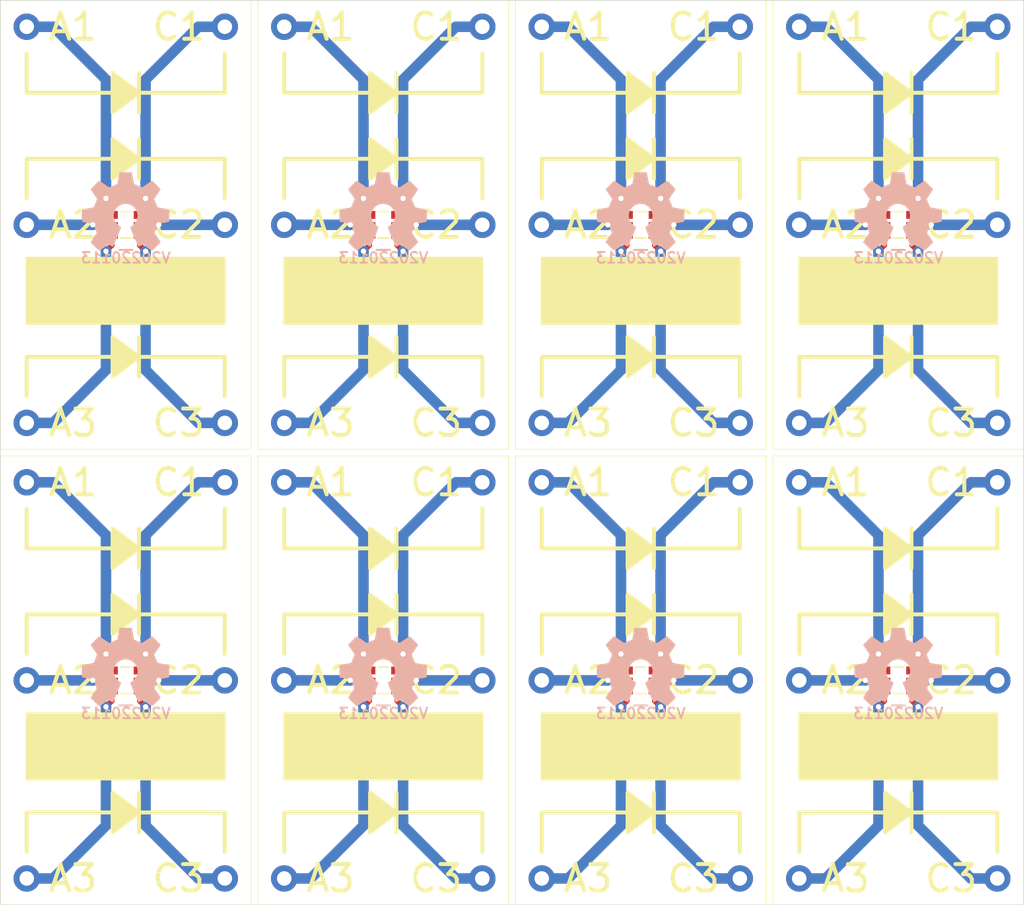
<source format=kicad_pcb>
(kicad_pcb (version 20221018) (generator pcbnew)
  (layers (0 "F.Cu" mixed) (31 "B.Cu" mixed) (34 "B.Paste" user) (35 "F.Paste" user) (36 "B.SilkS" user "B.Silkscreen") (37 "F.SilkS" user "F.Silkscreen") (38 "B.Mask" user) (39 "F.Mask" user) (44 "Edge.Cuts" user))
  (net 0 "")
  (net 1 "Net-(D1-A1)")
  (net 2 "Net-(D1-A2)")
  (net 3 "Net-(D1-A3)")
  (net 4 "Net-(D1-C3)")
  (net 5 "Net-(D1-C2)")
  (net 6 "Net-(D1-C1)")
  (footprint "mill-max:PC_pin_nail_head_6092" (layer "F.Cu") (at 52 118)
    (fp_text reference "J1")
    (fp_text value "A1")
  )
  (footprint "mill-max:PC_pin_nail_head_6092" (layer "F.Cu") (at 52 133)
    (fp_text reference "J2")
    (fp_text value "A2")
  )
  (footprint "mill-max:PC_pin_nail_head_6092" (layer "F.Cu") (at 52 148)
    (fp_text reference "J3")
    (fp_text value "A3")
  )
  (footprint "mill-max:PC_pin_nail_head_6092" (layer "F.Cu") (at 67 133)
    (fp_text reference "J5")
    (fp_text value "C2")
  )
  (footprint "mill-max:PC_pin_nail_head_6092" (layer "F.Cu") (at 67 118)
    (fp_text reference "J6")
    (fp_text value "C1")
  )
  (footprint "mill-max:PC_pin_nail_head_6092" (layer "F.Cu") (at 67 148)
    (fp_text reference "J4")
    (fp_text value "C3")
  )
  (footprint "SquantorIC:SOT363-NXP-hand" (layer "F.Cu") (at 79 98.5)
    (fp_text reference "D1" hide)
    (fp_text value "~" hide)
  )
  (footprint "mill-max:PC_pin_nail_head_6092" (layer "F.Cu") (at 110.5 148)
    (fp_text reference "J3")
    (fp_text value "A3")
  )
  (footprint "mill-max:PC_pin_nail_head_6092" (layer "F.Cu") (at 125.5 113.5)
    (fp_text reference "J4")
    (fp_text value "C3")
  )
  (footprint "mill-max:PC_pin_nail_head_6092" (layer "F.Cu") (at 86.5 83.5)
    (fp_text reference "J6")
    (fp_text value "C1")
  )
  (footprint "mill-max:PC_pin_nail_head_6092" (layer "F.Cu") (at 71.5 118)
    (fp_text reference "J1")
    (fp_text value "A1")
  )
  (footprint "mill-max:PC_pin_nail_head_6092" (layer "F.Cu") (at 52 83.5)
    (fp_text reference "J1")
    (fp_text value "A1")
  )
  (footprint "mill-max:PC_pin_nail_head_6092" (layer "F.Cu") (at 106 83.5)
    (fp_text reference "J6")
    (fp_text value "C1")
  )
  (footprint "mill-max:PC_pin_nail_head_6092" (layer "F.Cu") (at 86.5 148)
    (fp_text reference "J4")
    (fp_text value "C3")
  )
  (footprint "mill-max:PC_pin_nail_head_6092" (layer "F.Cu") (at 125.5 118)
    (fp_text reference "J6")
    (fp_text value "C1")
  )
  (footprint "mill-max:PC_pin_nail_head_6092" (layer "F.Cu") (at 71.5 83.5)
    (fp_text reference "J1")
    (fp_text value "A1")
  )
  (footprint "mill-max:PC_pin_nail_head_6092" (layer "F.Cu") (at 71.5 133)
    (fp_text reference "J2")
    (fp_text value "A2")
  )
  (footprint "mill-max:PC_pin_nail_head_6092" (layer "F.Cu") (at 106 98.5)
    (fp_text reference "J5")
    (fp_text value "C2")
  )
  (footprint "mill-max:PC_pin_nail_head_6092" (layer "F.Cu") (at 91 83.5)
    (fp_text reference "J1")
    (fp_text value "A1")
  )
  (footprint "SquantorIC:SOT363-NXP-hand" (layer "F.Cu") (at 98.5 98.5)
    (fp_text reference "D1" hide)
    (fp_text value "~" hide)
  )
  (footprint "mill-max:PC_pin_nail_head_6092" (layer "F.Cu") (at 110.5 118)
    (fp_text reference "J1")
    (fp_text value "A1")
  )
  (footprint "mill-max:PC_pin_nail_head_6092" (layer "F.Cu") (at 86.5 98.5)
    (fp_text reference "J5")
    (fp_text value "C2")
  )
  (footprint "SquantorIC:SOT363-NXP-hand" (layer "F.Cu") (at 59.5 98.5)
    (fp_text reference "D1" hide)
    (fp_text value "~" hide)
  )
  (footprint "mill-max:PC_pin_nail_head_6092" (layer "F.Cu") (at 110.5 98.5)
    (fp_text reference "J2")
    (fp_text value "A2")
  )
  (footprint "mill-max:PC_pin_nail_head_6092" (layer "F.Cu") (at 52 98.5)
    (fp_text reference "J2")
    (fp_text value "A2")
  )
  (footprint "mill-max:PC_pin_nail_head_6092" (layer "F.Cu") (at 110.5 113.5)
    (fp_text reference "J3")
    (fp_text value "A3")
  )
  (footprint "mill-max:PC_pin_nail_head_6092" (layer "F.Cu") (at 125.5 98.5)
    (fp_text reference "J5")
    (fp_text value "C2")
  )
  (footprint "SquantorIC:SOT363-NXP-hand" (layer "F.Cu") (at 118 133)
    (fp_text reference "D1" hide)
    (fp_text value "~" hide)
  )
  (footprint "mill-max:PC_pin_nail_head_6092" (layer "F.Cu") (at 110.5 83.5)
    (fp_text reference "J1")
    (fp_text value "A1")
  )
  (footprint "SquantorIC:SOT363-NXP-hand" (layer "F.Cu") (at 79 133)
    (fp_text reference "D1" hide)
    (fp_text value "~" hide)
  )
  (footprint "mill-max:PC_pin_nail_head_6092" (layer "F.Cu") (at 125.5 133)
    (fp_text reference "J5")
    (fp_text value "C2")
  )
  (footprint "mill-max:PC_pin_nail_head_6092" (layer "F.Cu") (at 67 98.5)
    (fp_text reference "J5")
    (fp_text value "C2")
  )
  (footprint "mill-max:PC_pin_nail_head_6092" (layer "F.Cu") (at 110.5 133)
    (fp_text reference "J2")
    (fp_text value "A2")
  )
  (footprint "mill-max:PC_pin_nail_head_6092" (layer "F.Cu") (at 106 118)
    (fp_text reference "J6")
    (fp_text value "C1")
  )
  (footprint "mill-max:PC_pin_nail_head_6092" (layer "F.Cu") (at 91 98.5)
    (fp_text reference "J2")
    (fp_text value "A2")
  )
  (footprint "mill-max:PC_pin_nail_head_6092" (layer "F.Cu") (at 125.5 83.5)
    (fp_text reference "J6")
    (fp_text value "C1")
  )
  (footprint "SquantorIC:SOT363-NXP-hand" (layer "F.Cu") (at 118 98.5)
    (fp_text reference "D1" hide)
    (fp_text value "~" hide)
  )
  (footprint "mill-max:PC_pin_nail_head_6092" (layer "F.Cu") (at 67 113.5)
    (fp_text reference "J4")
    (fp_text value "C3")
  )
  (footprint "mill-max:PC_pin_nail_head_6092" (layer "F.Cu") (at 91 133)
    (fp_text reference "J2")
    (fp_text value "A2")
  )
  (footprint "mill-max:PC_pin_nail_head_6092" (layer "F.Cu") (at 91 113.5)
    (fp_text reference "J3")
    (fp_text value "A3")
  )
  (footprint "mill-max:PC_pin_nail_head_6092" (layer "F.Cu") (at 106 113.5)
    (fp_text reference "J4")
    (fp_text value "C3")
  )
  (footprint "mill-max:PC_pin_nail_head_6092" (layer "F.Cu") (at 91 118)
    (fp_text reference "J1")
    (fp_text value "A1")
  )
  (footprint "SquantorIC:SOT363-NXP-hand" (layer "F.Cu") (at 98.5 133)
    (fp_text reference "D1" hide)
    (fp_text value "~" hide)
  )
  (footprint "mill-max:PC_pin_nail_head_6092" (layer "F.Cu") (at 71.5 98.5)
    (fp_text reference "J2")
    (fp_text value "A2")
  )
  (footprint "mill-max:PC_pin_nail_head_6092" (layer "F.Cu") (at 125.5 148)
    (fp_text reference "J4")
    (fp_text value "C3")
  )
  (footprint "mill-max:PC_pin_nail_head_6092" (layer "F.Cu") (at 106 148)
    (fp_text reference "J4")
    (fp_text value "C3")
  )
  (footprint "mill-max:PC_pin_nail_head_6092" (layer "F.Cu") (at 86.5 133)
    (fp_text reference "J5")
    (fp_text value "C2")
  )
  (footprint "mill-max:PC_pin_nail_head_6092" (layer "F.Cu") (at 106 133)
    (fp_text reference "J5")
    (fp_text value "C2")
  )
  (footprint "mill-max:PC_pin_nail_head_6092" (layer "F.Cu") (at 91 148)
    (fp_text reference "J3")
    (fp_text value "A3")
  )
  (footprint "SquantorIC:SOT363-NXP-hand" (layer "F.Cu") (at 59.5 133)
    (fp_text reference "D1" hide)
    (fp_text value "~" hide)
  )
  (footprint "mill-max:PC_pin_nail_head_6092" (layer "F.Cu") (at 71.5 113.5)
    (fp_text reference "J3")
    (fp_text value "A3")
  )
  (footprint "mill-max:PC_pin_nail_head_6092" (layer "F.Cu") (at 86.5 118)
    (fp_text reference "J6")
    (fp_text value "C1")
  )
  (footprint "mill-max:PC_pin_nail_head_6092" (layer "F.Cu") (at 52 113.5)
    (fp_text reference "J3")
    (fp_text value "A3")
  )
  (footprint "mill-max:PC_pin_nail_head_6092" (layer "F.Cu") (at 71.5 148)
    (fp_text reference "J3")
    (fp_text value "A3")
  )
  (footprint "mill-max:PC_pin_nail_head_6092" (layer "F.Cu") (at 86.5 113.5)
    (fp_text reference "J4")
    (fp_text value "C3")
  )
  (footprint "mill-max:PC_pin_nail_head_6092" (layer "F.Cu") (at 67 83.5)
    (fp_text reference "J6")
    (fp_text value "C1")
  )
  (footprint "Symbol:OSHW-Symbol_6.7x6mm_SilkScreen" (layer "B.Cu") (at 59.5 132 180)
    (fp_text reference "N2" hide)
    (fp_text value "OHWLOGO" hide)
  )
  (footprint "SquantorLabels:Label_Generic" (layer "B.Cu") (at 59.5 135.5)
    (fp_text reference "N1" hide)
    (fp_text value "V20220113")
  )
  (footprint "Symbol:OSHW-Symbol_6.7x6mm_SilkScreen" (layer "B.Cu") (at 79 132 180)
    (fp_text reference "N2" hide)
    (fp_text value "OHWLOGO" hide)
  )
  (footprint "Symbol:OSHW-Symbol_6.7x6mm_SilkScreen" (layer "B.Cu") (at 98.5 97.5 180)
    (fp_text reference "N2" hide)
    (fp_text value "OHWLOGO" hide)
  )
  (footprint "SquantorLabels:Label_Generic" (layer "B.Cu") (at 118 135.5)
    (fp_text reference "N1" hide)
    (fp_text value "V20220113")
  )
  (footprint "SquantorLabels:Label_Generic" (layer "B.Cu") (at 59.5 101)
    (fp_text reference "N1" hide)
    (fp_text value "V20220113")
  )
  (footprint "SquantorLabels:Label_Generic" (layer "B.Cu") (at 79 101)
    (fp_text reference "N1" hide)
    (fp_text value "V20220113")
  )
  (footprint "Symbol:OSHW-Symbol_6.7x6mm_SilkScreen" (layer "B.Cu") (at 118 132 180)
    (fp_text reference "N2" hide)
    (fp_text value "OHWLOGO" hide)
  )
  (footprint "SquantorLabels:Label_Generic" (layer "B.Cu") (at 79 135.5)
    (fp_text reference "N1" hide)
    (fp_text value "V20220113")
  )
  (footprint "SquantorLabels:Label_Generic" (layer "B.Cu") (at 98.5 101)
    (fp_text reference "N1" hide)
    (fp_text value "V20220113")
  )
  (footprint "Symbol:OSHW-Symbol_6.7x6mm_SilkScreen" (layer "B.Cu") (at 79 97.5 180)
    (fp_text reference "N2" hide)
    (fp_text value "OHWLOGO" hide)
  )
  (footprint "Symbol:OSHW-Symbol_6.7x6mm_SilkScreen" (layer "B.Cu") (at 98.5 132 180)
    (fp_text reference "N2" hide)
    (fp_text value "OHWLOGO" hide)
  )
  (footprint "SquantorLabels:Label_Generic" (layer "B.Cu") (at 98.5 135.5)
    (fp_text reference "N1" hide)
    (fp_text value "V20220113")
  )
  (footprint "Symbol:OSHW-Symbol_6.7x6mm_SilkScreen" (layer "B.Cu") (at 59.5 97.5 180)
    (fp_text reference "N2" hide)
    (fp_text value "OHWLOGO" hide)
  )
  (footprint "Symbol:OSHW-Symbol_6.7x6mm_SilkScreen" (layer "B.Cu") (at 118 97.5 180)
    (fp_text reference "N2" hide)
    (fp_text value "OHWLOGO" hide)
  )
  (footprint "SquantorLabels:Label_Generic" (layer "B.Cu") (at 118 101)
    (fp_text reference "N1" hide)
    (fp_text value "V20220113")
  )
  (gr_line (start 50 150) (end 69 150) (stroke (width 0.05)) (layer "F.SilkS"))
  (gr_line (start 69 116) (end 69 150) (stroke (width 0.05)) (layer "F.SilkS"))
  (gr_line (start 69 116) (end 50 116) (stroke (width 0.05)) (layer "F.SilkS"))
  (gr_line (start 67 131) (end 67 128) (stroke (width 0.3)) (layer "F.SilkS"))
  (gr_line (start 52 128) (end 52 131) (stroke (width 0.3)) (layer "F.SilkS"))
  (gr_line (start 71.5 120) (end 71.5 123) (stroke (width 0.3)) (layer "F.SilkS"))
  (gr_line (start 52 143) (end 52 146) (stroke (width 0.3)) (layer "F.SilkS"))
  (gr_poly (pts (xy 119 123) (xy 117 121.5) (xy 117 124.5)) (stroke (width 0.3)) (fill solid) (layer "F.SilkS"))
  (gr_line (start 71.5 123) (end 86.5 123) (stroke (width 0.3)) (layer "F.SilkS"))
  (gr_line (start 91 108.5) (end 91 111.5) (stroke (width 0.3)) (layer "F.SilkS"))
  (gr_line (start 127.5 116) (end 108.5 116) (stroke (width 0.05)) (layer "F.SilkS"))
  (gr_poly (pts (xy 119 93.5) (xy 117 92) (xy 117 95)) (stroke (width 0.3)) (fill solid) (layer "F.SilkS"))
  (gr_line (start 91 85.5) (end 91 88.5) (stroke (width 0.3)) (layer "F.SilkS"))
  (gr_line (start 67 93.5) (end 52 93.5) (stroke (width 0.3)) (layer "F.SilkS"))
  (gr_line (start 52 108.5) (end 52 111.5) (stroke (width 0.3)) (layer "F.SilkS"))
  (gr_line (start 125.5 96.5) (end 125.5 93.5) (stroke (width 0.3)) (layer "F.SilkS"))
  (gr_line (start 99.5 107) (end 99.5 110) (stroke (width 0.3)) (layer "F.SilkS"))
  (gr_line (start 106 88.5) (end 106 85.5) (stroke (width 0.3)) (layer "F.SilkS"))
  (gr_line (start 71.5 108.5) (end 71.5 111.5) (stroke (width 0.3)) (layer "F.SilkS"))
  (gr_line (start 71.5 128) (end 71.5 131) (stroke (width 0.3)) (layer "F.SilkS"))
  (gr_line (start 99.5 92) (end 99.5 95) (stroke (width 0.3)) (layer "F.SilkS"))
  (gr_line (start 88.5 81.5) (end 88.5 115.5) (stroke (width 0.05)) (layer "F.SilkS"))
  (gr_rect (start 110.5 101) (end 125.5 106) (stroke (width 0.15)) (fill solid) (layer "F.SilkS"))
  (gr_rect (start 52 135.5) (end 67 140.5) (stroke (width 0.15)) (fill solid) (layer "F.SilkS"))
  (gr_line (start 108 81.5) (end 108 115.5) (stroke (width 0.05)) (layer "F.SilkS"))
  (gr_poly (pts (xy 80 108.5) (xy 78 107) (xy 78 110)) (stroke (width 0.3)) (fill solid) (layer "F.SilkS"))
  (gr_line (start 125.5 88.5) (end 125.5 85.5) (stroke (width 0.3)) (layer "F.SilkS"))
  (gr_line (start 86.5 143) (end 71.5 143) (stroke (width 0.3)) (layer "F.SilkS"))
  (gr_poly (pts (xy 80 143) (xy 78 141.5) (xy 78 144.5)) (stroke (width 0.3)) (fill solid) (layer "F.SilkS"))
  (gr_line (start 52 123) (end 67 123) (stroke (width 0.3)) (layer "F.SilkS"))
  (gr_line (start 125.5 93.5) (end 110.5 93.5) (stroke (width 0.3)) (layer "F.SilkS"))
  (gr_line (start 52 85.5) (end 52 88.5) (stroke (width 0.3)) (layer "F.SilkS"))
  (gr_line (start 86.5 93.5) (end 71.5 93.5) (stroke (width 0.3)) (layer "F.SilkS"))
  (gr_poly (pts (xy 60.5 123) (xy 58.5 121.5) (xy 58.5 124.5)) (stroke (width 0.3)) (fill solid) (layer "F.SilkS"))
  (gr_line (start 67 146) (end 67 143) (stroke (width 0.3)) (layer "F.SilkS"))
  (gr_poly (pts (xy 119 128) (xy 117 126.5) (xy 117 129.5)) (stroke (width 0.3)) (fill solid) (layer "F.SilkS"))
  (gr_poly (pts (xy 60.5 128) (xy 58.5 126.5) (xy 58.5 129.5)) (stroke (width 0.3)) (fill solid) (layer "F.SilkS"))
  (gr_line (start 125.5 146) (end 125.5 143) (stroke (width 0.3)) (layer "F.SilkS"))
  (gr_poly (pts (xy 80 88.5) (xy 78 87) (xy 78 90)) (stroke (width 0.3)) (fill solid) (layer "F.SilkS"))
  (gr_line (start 106 128) (end 91 128) (stroke (width 0.3)) (layer "F.SilkS"))
  (gr_line (start 69.5 150) (end 88.5 150) (stroke (width 0.05)) (layer "F.SilkS"))
  (gr_line (start 69.5 115.5) (end 69.5 81.5) (stroke (width 0.05)) (layer "F.SilkS"))
  (gr_poly (pts (xy 119 143) (xy 117 141.5) (xy 117 144.5)) (stroke (width 0.3)) (fill solid) (layer "F.SilkS"))
  (gr_poly (pts (xy 80 128) (xy 78 126.5) (xy 78 129.5)) (stroke (width 0.3)) (fill solid) (layer "F.SilkS"))
  (gr_line (start 110.5 120) (end 110.5 123) (stroke (width 0.3)) (layer "F.SilkS"))
  (gr_line (start 108.5 115.5) (end 108.5 81.5) (stroke (width 0.05)) (layer "F.SilkS"))
  (gr_rect (start 71.5 135.5) (end 86.5 140.5) (stroke (width 0.15)) (fill solid) (layer "F.SilkS"))
  (gr_line (start 91 128) (end 91 131) (stroke (width 0.3)) (layer "F.SilkS"))
  (gr_line (start 106 96.5) (end 106 93.5) (stroke (width 0.3)) (layer "F.SilkS"))
  (gr_line (start 110.5 123) (end 125.5 123) (stroke (width 0.3)) (layer "F.SilkS"))
  (gr_line (start 125.5 123) (end 125.5 120) (stroke (width 0.3)) (layer "F.SilkS"))
  (gr_line (start 86.5 123) (end 86.5 120) (stroke (width 0.3)) (layer "F.SilkS"))
  (gr_line (start 110.5 88.5) (end 125.5 88.5) (stroke (width 0.3)) (layer "F.SilkS"))
  (gr_line (start 86.5 111.5) (end 86.5 108.5) (stroke (width 0.3)) (layer "F.SilkS"))
  (gr_line (start 52 88.5) (end 67 88.5) (stroke (width 0.3)) (layer "F.SilkS"))
  (gr_line (start 52 93.5) (end 52 96.5) (stroke (width 0.3)) (layer "F.SilkS"))
  (gr_line (start 67 88.5) (end 67 85.5) (stroke (width 0.3)) (layer "F.SilkS"))
  (gr_line (start 125.5 143) (end 110.5 143) (stroke (width 0.3)) (layer "F.SilkS"))
  (gr_line (start 88.5 81.5) (end 69.5 81.5) (stroke (width 0.05)) (layer "F.SilkS"))
  (gr_line (start 89 115.5) (end 89 81.5) (stroke (width 0.05)) (layer "F.SilkS"))
  (gr_line (start 110.5 143) (end 110.5 146) (stroke (width 0.3)) (layer "F.SilkS"))
  (gr_poly (pts (xy 60.5 93.5) (xy 58.5 92) (xy 58.5 95)) (stroke (width 0.3)) (fill solid) (layer "F.SilkS"))
  (gr_line (start 67 111.5) (end 67 108.5) (stroke (width 0.3)) (layer "F.SilkS"))
  (gr_line (start 86.5 131) (end 86.5 128) (stroke (width 0.3)) (layer "F.SilkS"))
  (gr_line (start 60.5 92) (end 60.5 95) (stroke (width 0.3)) (layer "F.SilkS"))
  (gr_line (start 89 115.5) (end 108 115.5) (stroke (width 0.05)) (layer "F.SilkS"))
  (gr_line (start 86.5 128) (end 71.5 128) (stroke (width 0.3)) (layer "F.SilkS"))
  (gr_line (start 106 146) (end 106 143) (stroke (width 0.3)) (layer "F.SilkS"))
  (gr_line (start 86.5 146) (end 86.5 143) (stroke (width 0.3)) (layer "F.SilkS"))
  (gr_line (start 86.5 88.5) (end 86.5 85.5) (stroke (width 0.3)) (layer "F.SilkS"))
  (gr_line (start 50 115.5) (end 69 115.5) (stroke (width 0.05)) (layer "F.SilkS"))
  (gr_line (start 71.5 88.5) (end 86.5 88.5) (stroke (width 0.3)) (layer "F.SilkS"))
  (gr_line (start 89 150) (end 108 150) (stroke (width 0.05)) (layer "F.SilkS"))
  (gr_line (start 91 123) (end 106 123) (stroke (width 0.3)) (layer "F.SilkS"))
  (gr_rect (start 91 135.5) (end 106 140.5) (stroke (width 0.15)) (fill solid) (layer "F.SilkS"))
  (gr_line (start 67 123) (end 67 120) (stroke (width 0.3)) (layer "F.SilkS"))
  (gr_line (start 88.5 116) (end 88.5 150) (stroke (width 0.05)) (layer "F.SilkS"))
  (gr_line (start 99.5 141.5) (end 99.5 144.5) (stroke (width 0.3)) (layer "F.SilkS"))
  (gr_poly (pts (xy 60.5 88.5) (xy 58.5 87) (xy 58.5 90)) (stroke (width 0.3)) (fill solid) (layer "F.SilkS"))
  (gr_line (start 127.5 116) (end 127.5 150) (stroke (width 0.05)) (layer "F.SilkS"))
  (gr_line (start 110.5 128) (end 110.5 131) (stroke (width 0.3)) (layer "F.SilkS"))
  (gr_line (start 60.5 121.5) (end 60.5 124.5) (stroke (width 0.3)) (layer "F.SilkS"))
  (gr_line (start 108 116) (end 108 150) (stroke (width 0.05)) (layer "F.SilkS"))
  (gr_line (start 69 81.5) (end 50 81.5) (stroke (width 0.05)) (layer "F.SilkS"))
  (gr_line (start 71.5 93.5) (end 71.5 96.5) (stroke (width 0.3)) (layer "F.SilkS"))
  (gr_poly (pts (xy 99.5 93.5) (xy 97.5 92) (xy 97.5 95)) (stroke (width 0.3)) (fill solid) (layer "F.SilkS"))
  (gr_rect (start 71.5 101) (end 86.5 106) (stroke (width 0.15)) (fill solid) (layer "F.SilkS"))
  (gr_line (start 106 123) (end 106 120) (stroke (width 0.3)) (layer "F.SilkS"))
  (gr_rect (start 52 101) (end 67 106) (stroke (width 0.15)) (fill solid) (layer "F.SilkS"))
  (gr_poly (pts (xy 99.5 143) (xy 97.5 141.5) (xy 97.5 144.5)) (stroke (width 0.3)) (fill solid) (layer "F.SilkS"))
  (gr_poly (pts (xy 80 123) (xy 78 121.5) (xy 78 124.5)) (stroke (width 0.3)) (fill solid) (layer "F.SilkS"))
  (gr_poly (pts (xy 99.5 108.5) (xy 97.5 107) (xy 97.5 110)) (stroke (width 0.3)) (fill solid) (layer "F.SilkS"))
  (gr_line (start 50 115.5) (end 50 81.5) (stroke (width 0.05)) (layer "F.SilkS"))
  (gr_line (start 60.5 107) (end 60.5 110) (stroke (width 0.3)) (layer "F.SilkS"))
  (gr_line (start 71.5 143) (end 71.5 146) (stroke (width 0.3)) (layer "F.SilkS"))
  (gr_poly (pts (xy 119 88.5) (xy 117 87) (xy 117 90)) (stroke (width 0.3)) (fill solid) (layer "F.SilkS"))
  (gr_line (start 119 107) (end 119 110) (stroke (width 0.3)) (layer "F.SilkS"))
  (gr_line (start 108 116) (end 89 116) (stroke (width 0.05)) (layer "F.SilkS"))
  (gr_line (start 106 108.5) (end 91 108.5) (stroke (width 0.3)) (layer "F.SilkS"))
  (gr_line (start 119 141.5) (end 119 144.5) (stroke (width 0.3)) (layer "F.SilkS"))
  (gr_line (start 119 92) (end 119 95) (stroke (width 0.3)) (layer "F.SilkS"))
  (gr_line (start 106 143) (end 91 143) (stroke (width 0.3)) (layer "F.SilkS"))
  (gr_line (start 125.5 111.5) (end 125.5 108.5) (stroke (width 0.3)) (layer "F.SilkS"))
  (gr_line (start 67 108.5) (end 52 108.5) (stroke (width 0.3)) (layer "F.SilkS"))
  (gr_poly (pts (xy 60.5 143) (xy 58.5 141.5) (xy 58.5 144.5)) (stroke (width 0.3)) (fill solid) (layer "F.SilkS"))
  (gr_line (start 119 126.5) (end 119 129.5) (stroke (width 0.3)) (layer "F.SilkS"))
  (gr_poly (pts (xy 99.5 88.5) (xy 97.5 87) (xy 97.5 90)) (stroke (width 0.3)) (fill solid) (layer "F.SilkS"))
  (gr_line (start 89 150) (end 89 116) (stroke (width 0.05)) (layer "F.SilkS"))
  (gr_line (start 99.5 121.5) (end 99.5 124.5) (stroke (width 0.3)) (layer "F.SilkS"))
  (gr_line (start 99.5 87) (end 99.5 90) (stroke (width 0.3)) (layer "F.SilkS"))
  (gr_line (start 80 92) (end 80 95) (stroke (width 0.3)) (layer "F.SilkS"))
  (gr_line (start 80 107) (end 80 110) (stroke (width 0.3)) (layer "F.SilkS"))
  (gr_line (start 69 81.5) (end 69 115.5) (stroke (width 0.05)) (layer "F.SilkS"))
  (gr_line (start 106 93.5) (end 91 93.5) (stroke (width 0.3)) (layer "F.SilkS"))
  (gr_line (start 108.5 150) (end 127.5 150) (stroke (width 0.05)) (layer "F.SilkS"))
  (gr_line (start 80 87) (end 80 90) (stroke (width 0.3)) (layer "F.SilkS"))
  (gr_line (start 125.5 131) (end 125.5 128) (stroke (width 0.3)) (layer "F.SilkS"))
  (gr_line (start 52 120) (end 52 123) (stroke (width 0.3)) (layer "F.SilkS"))
  (gr_line (start 50 150) (end 50 116) (stroke (width 0.05)) (layer "F.SilkS"))
  (gr_line (start 80 126.5) (end 80 129.5) (stroke (width 0.3)) (layer "F.SilkS"))
  (gr_line (start 60.5 126.5) (end 60.5 129.5) (stroke (width 0.3)) (layer "F.SilkS"))
  (gr_line (start 91 88.5) (end 106 88.5) (stroke (width 0.3)) (layer "F.SilkS"))
  (gr_line (start 86.5 108.5) (end 71.5 108.5) (stroke (width 0.3)) (layer "F.SilkS"))
  (gr_line (start 127.5 81.5) (end 108.5 81.5) (stroke (width 0.05)) (layer "F.SilkS"))
  (gr_line (start 110.5 85.5) (end 110.5 88.5) (stroke (width 0.3)) (layer "F.SilkS"))
  (gr_line (start 108.5 150) (end 108.5 116) (stroke (width 0.05)) (layer "F.SilkS"))
  (gr_line (start 125.5 108.5) (end 110.5 108.5) (stroke (width 0.3)) (layer "F.SilkS"))
  (gr_poly (pts (xy 80 93.5) (xy 78 92) (xy 78 95)) (stroke (width 0.3)) (fill solid) (layer "F.SilkS"))
  (gr_rect (start 91 101) (end 106 106) (stroke (width 0.15)) (fill solid) (layer "F.SilkS"))
  (gr_line (start 69.5 115.5) (end 88.5 115.5) (stroke (width 0.05)) (layer "F.SilkS"))
  (gr_line (start 91 143) (end 91 146) (stroke (width 0.3)) (layer "F.SilkS"))
  (gr_line (start 67 143) (end 52 143) (stroke (width 0.3)) (layer "F.SilkS"))
  (gr_poly (pts (xy 99.5 128) (xy 97.5 126.5) (xy 97.5 129.5)) (stroke (width 0.3)) (fill solid) (layer "F.SilkS"))
  (gr_line (start 80 141.5) (end 80 144.5) (stroke (width 0.3)) (layer "F.SilkS"))
  (gr_poly (pts (xy 119 108.5) (xy 117 107) (xy 117 110)) (stroke (width 0.3)) (fill solid) (layer "F.SilkS"))
  (gr_line (start 108.5 115.5) (end 127.5 115.5) (stroke (width 0.05)) (layer "F.SilkS"))
  (gr_line (start 110.5 93.5) (end 110.5 96.5) (stroke (width 0.3)) (layer "F.SilkS"))
  (gr_line (start 67 96.5) (end 67 93.5) (stroke (width 0.3)) (layer "F.SilkS"))
  (gr_line (start 60.5 87) (end 60.5 90) (stroke (width 0.3)) (layer "F.SilkS"))
  (gr_poly (pts (xy 99.5 123) (xy 97.5 121.5) (xy 97.5 124.5)) (stroke (width 0.3)) (fill solid) (layer "F.SilkS"))
  (gr_line (start 108 81.5) (end 89 81.5) (stroke (width 0.05)) (layer "F.SilkS"))
  (gr_line (start 106 131) (end 106 128) (stroke (width 0.3)) (layer "F.SilkS"))
  (gr_line (start 110.5 108.5) (end 110.5 111.5) (stroke (width 0.3)) (layer "F.SilkS"))
  (gr_line (start 119 87) (end 119 90) (stroke (width 0.3)) (layer "F.SilkS"))
  (gr_line (start 71.5 85.5) (end 71.5 88.5) (stroke (width 0.3)) (layer "F.SilkS"))
  (gr_poly (pts (xy 60.5 108.5) (xy 58.5 107) (xy 58.5 110)) (stroke (width 0.3)) (fill solid) (layer "F.SilkS"))
  (gr_line (start 86.5 96.5) (end 86.5 93.5) (stroke (width 0.3)) (layer "F.SilkS"))
  (gr_line (start 67 128) (end 52 128) (stroke (width 0.3)) (layer "F.SilkS"))
  (gr_line (start 119 121.5) (end 119 124.5) (stroke (width 0.3)) (layer "F.SilkS"))
  (gr_line (start 99.5 126.5) (end 99.5 129.5) (stroke (width 0.3)) (layer "F.SilkS"))
  (gr_line (start 88.5 116) (end 69.5 116) (stroke (width 0.05)) (layer "F.SilkS"))
  (gr_line (start 125.5 128) (end 110.5 128) (stroke (width 0.3)) (layer "F.SilkS"))
  (gr_line (start 127.5 81.5) (end 127.5 115.5) (stroke (width 0.05)) (layer "F.SilkS"))
  (gr_line (start 91 93.5) (end 91 96.5) (stroke (width 0.3)) (layer "F.SilkS"))
  (gr_line (start 80 121.5) (end 80 124.5) (stroke (width 0.3)) (layer "F.SilkS"))
  (gr_rect (start 110.5 135.5) (end 125.5 140.5) (stroke (width 0.15)) (fill solid) (layer "F.SilkS"))
  (gr_line (start 60.5 141.5) (end 60.5 144.5) (stroke (width 0.3)) (layer "F.SilkS"))
  (gr_line (start 106 111.5) (end 106 108.5) (stroke (width 0.3)) (layer "F.SilkS"))
  (gr_line (start 91 120) (end 91 123) (stroke (width 0.3)) (layer "F.SilkS"))
  (gr_line (start 69.5 150) (end 69.5 116) (stroke (width 0.05)) (layer "F.SilkS"))
  (gr_line (start 127.5 81.5) (end 50 81.5) (stroke (width 0.05)) (layer "Edge.Cuts"))
  (gr_line (start 50 81.5) (end 50 150) (stroke (width 0.05)) (layer "Edge.Cuts"))
  (gr_line (start 50 150) (end 127.5 150) (stroke (width 0.05)) (layer "Edge.Cuts"))
  (gr_line (start 127.5 150) (end 127.5 81.5) (stroke (width 0.05)) (layer "Edge.Cuts"))
  (segment (start 97.45 132.25) (end 97.45 131.45) (width 0.4) (layer "F.Cu") (net 1))
  (segment (start 77.95 97.75) (end 77.95 96.95) (width 0.4) (layer "F.Cu") (net 1))
  (segment (start 77.95 131.45) (end 77.5 131) (width 0.4) (layer "F.Cu") (net 1))
  (segment (start 77.95 132.25) (end 77.95 131.45) (width 0.4) (layer "F.Cu") (net 1))
  (segment (start 116.95 96.95) (end 116.5 96.5) (width 0.4) (layer "F.Cu") (net 1))
  (segment (start 58.45 96.95) (end 58 96.5) (width 0.4) (layer "F.Cu") (net 1))
  (segment (start 77.95 96.95) (end 77.5 96.5) (width 0.4) (layer "F.Cu") (net 1))
  (segment (start 58.45 97.75) (end 58.45 96.95) (width 0.4) (layer "F.Cu") (net 1))
  (segment (start 116.95 97.75) (end 116.95 96.95) (width 0.4) (layer "F.Cu") (net 1))
  (segment (start 116.95 131.45) (end 116.5 131) (width 0.4) (layer "F.Cu") (net 1))
  (segment (start 116.95 132.25) (end 116.95 131.45) (width 0.4) (layer "F.Cu") (net 1))
  (segment (start 58.45 131.45) (end 58 131) (width 0.4) (layer "F.Cu") (net 1))
  (segment (start 97.45 131.45) (end 97 131) (width 0.4) (layer "F.Cu") (net 1))
  (segment (start 97.45 96.95) (end 97 96.5) (width 0.4) (layer "F.Cu") (net 1))
  (segment (start 97.45 97.75) (end 97.45 96.95) (width 0.4) (layer "F.Cu") (net 1))
  (segment (start 58.45 132.25) (end 58.45 131.45) (width 0.4) (layer "F.Cu") (net 1))
  (via (at 58 131) (size 0.8) (drill 0.4) (layers "F.Cu" "B.Cu") (net 1))
  (via (at 97 96.5) (size 0.8) (drill 0.4) (layers "F.Cu" "B.Cu") (net 1))
  (via (at 116.5 131) (size 0.8) (drill 0.4) (layers "F.Cu" "B.Cu") (net 1))
  (via (at 77.5 96.5) (size 0.8) (drill 0.4) (layers "F.Cu" "B.Cu") (net 1))
  (via (at 116.5 96.5) (size 0.8) (drill 0.4) (layers "F.Cu" "B.Cu") (net 1))
  (via (at 97 131) (size 0.8) (drill 0.4) (layers "F.Cu" "B.Cu") (net 1))
  (via (at 77.5 131) (size 0.8) (drill 0.4) (layers "F.Cu" "B.Cu") (net 1))
  (via (at 58 96.5) (size 0.8) (drill 0.4) (layers "F.Cu" "B.Cu") (net 1))
  (segment (start 116.5 87.5) (end 116.5 96.5) (width 0.8) (layer "B.Cu") (net 1))
  (segment (start 73.5 83.5) (end 77.5 87.5) (width 0.8) (layer "B.Cu") (net 1))
  (segment (start 71.5 83.5) (end 73.5 83.5) (width 0.8) (layer "B.Cu") (net 1))
  (segment (start 97 122) (end 97 131) (width 0.8) (layer "B.Cu") (net 1))
  (segment (start 91 83.5) (end 93 83.5) (width 0.8) (layer "B.Cu") (net 1))
  (segment (start 73.5 118) (end 77.5 122) (width 0.8) (layer "B.Cu") (net 1))
  (segment (start 110.5 118) (end 112.5 118) (width 0.8) (layer "B.Cu") (net 1))
  (segment (start 93 83.5) (end 97 87.5) (width 0.8) (layer "B.Cu") (net 1))
  (segment (start 112.5 118) (end 116.5 122) (width 0.8) (layer "B.Cu") (net 1))
  (segment (start 93 118) (end 97 122) (width 0.8) (layer "B.Cu") (net 1))
  (segment (start 110.5 83.5) (end 112.5 83.5) (width 0.8) (layer "B.Cu") (net 1))
  (segment (start 58 122) (end 58 131) (width 0.8) (layer "B.Cu") (net 1))
  (segment (start 52 118) (end 54 118) (width 0.8) (layer "B.Cu") (net 1))
  (segment (start 77.5 87.5) (end 77.5 96.5) (width 0.8) (layer "B.Cu") (net 1))
  (segment (start 58 87.5) (end 58 96.5) (width 0.8) (layer "B.Cu") (net 1))
  (segment (start 116.5 122) (end 116.5 131) (width 0.8) (layer "B.Cu") (net 1))
  (segment (start 77.5 122) (end 77.5 131) (width 0.8) (layer "B.Cu") (net 1))
  (segment (start 97 87.5) (end 97 96.5) (width 0.8) (layer "B.Cu") (net 1))
  (segment (start 54 118) (end 58 122) (width 0.8) (layer "B.Cu") (net 1))
  (segment (start 52 83.5) (end 54 83.5) (width 0.8) (layer "B.Cu") (net 1))
  (segment (start 91 118) (end 93 118) (width 0.8) (layer "B.Cu") (net 1))
  (segment (start 71.5 118) (end 73.5 118) (width 0.8) (layer "B.Cu") (net 1))
  (segment (start 54 83.5) (end 58 87.5) (width 0.8) (layer "B.Cu") (net 1))
  (segment (start 112.5 83.5) (end 116.5 87.5) (width 0.8) (layer "B.Cu") (net 1))
  (segment (start 77.95 133) (end 76.5 133) (width 0.4) (layer "F.Cu") (net 2))
  (segment (start 58.45 98.5) (end 57 98.5) (width 0.4) (layer "F.Cu") (net 2))
  (segment (start 97.45 98.5) (end 96 98.5) (width 0.4) (layer "F.Cu") (net 2))
  (segment (start 97.45 133) (end 96 133) (width 0.4) (layer "F.Cu") (net 2))
  (segment (start 116.95 98.5) (end 115.5 98.5) (width 0.4) (layer "F.Cu") (net 2))
  (segment (start 116.95 133) (end 115.5 133) (width 0.4) (layer "F.Cu") (net 2))
  (segment (start 58.45 133) (end 57 133) (width 0.4) (layer "F.Cu") (net 2))
  (segment (start 77.95 98.5) (end 76.5 98.5) (width 0.4) (layer "F.Cu") (net 2))
  (via (at 76.5 133) (size 0.8) (drill 0.4) (layers "F.Cu" "B.Cu") (net 2))
  (via (at 96 133) (size 0.8) (drill 0.4) (layers "F.Cu" "B.Cu") (net 2))
  (via (at 57 98.5) (size 0.8) (drill 0.4) (layers "F.Cu" "B.Cu") (net 2))
  (via (at 76.5 98.5) (size 0.8) (drill 0.4) (layers "F.Cu" "B.Cu") (net 2))
  (via (at 115.5 98.5) (size 0.8) (drill 0.4) (layers "F.Cu" "B.Cu") (net 2))
  (via (at 115.5 133) (size 0.8) (drill 0.4) (layers "F.Cu" "B.Cu") (net 2))
  (via (at 57 133) (size 0.8) (drill 0.4) (layers "F.Cu" "B.Cu") (net 2))
  (via (at 96 98.5) (size 0.8) (drill 0.4) (layers "F.Cu" "B.Cu") (net 2))
  (segment (start 110.5 133) (end 115.5 133) (width 0.8) (layer "B.Cu") (net 2))
  (segment (start 91 98.5) (end 96 98.5) (width 0.8) (layer "B.Cu") (net 2))
  (segment (start 91 133) (end 96 133) (width 0.8) (layer "B.Cu") (net 2))
  (segment (start 71.5 98.5) (end 76.5 98.5) (width 0.8) (layer "B.Cu") (net 2))
  (segment (start 110.5 98.5) (end 115.5 98.5) (width 0.8) (layer "B.Cu") (net 2))
  (segment (start 71.5 133) (end 76.5 133) (width 0.8) (layer "B.Cu") (net 2))
  (segment (start 52 98.5) (end 57 98.5) (width 0.8) (layer "B.Cu") (net 2))
  (segment (start 52 133) (end 57 133) (width 0.8) (layer "B.Cu") (net 2))
  (segment (start 97.45 100.05) (end 97 100.5) (width 0.4) (layer "F.Cu") (net 3))
  (segment (start 116.95 100.05) (end 116.5 100.5) (width 0.4) (layer "F.Cu") (net 3))
  (segment (start 77.95 134.55) (end 77.5 135) (width 0.4) (layer "F.Cu") (net 3))
  (segment (start 77.95 99.25) (end 77.95 100.05) (width 0.4) (layer "F.Cu") (net 3))
  (segment (start 116.95 99.25) (end 116.95 100.05) (width 0.4) (layer "F.Cu") (net 3))
  (segment (start 58.45 100.05) (end 58 100.5) (width 0.4) (layer "F.Cu") (net 3))
  (segment (start 97.45 134.55) (end 97 135) (width 0.4) (layer "F.Cu") (net 3))
  (segment (start 116.95 133.75) (end 116.95 134.55) (width 0.4) (layer "F.Cu") (net 3))
  (segment (start 58.45 99.25) (end 58.45 100.05) (width 0.4) (layer "F.Cu") (net 3))
  (segment (start 97.45 133.75) (end 97.45 134.55) (width 0.4) (layer "F.Cu") (net 3))
  (segment (start 77.95 100.05) (end 77.5 100.5) (width 0.4) (layer "F.Cu") (net 3))
  (segment (start 97.45 99.25) (end 97.45 100.05) (width 0.4) (layer "F.Cu") (net 3))
  (segment (start 116.95 134.55) (end 116.5 135) (width 0.4) (layer "F.Cu") (net 3))
  (segment (start 58.45 133.75) (end 58.45 134.55) (width 0.4) (layer "F.Cu") (net 3))
  (segment (start 58.45 134.55) (end 58 135) (width 0.4) (layer "F.Cu") (net 3))
  (segment (start 77.95 133.75) (end 77.95 134.55) (width 0.4) (layer "F.Cu") (net 3))
  (via (at 58 135) (size 0.8) (drill 0.4) (layers "F.Cu" "B.Cu") (net 3))
  (via (at 58 100.5) (size 0.8) (drill 0.4) (layers "F.Cu" "B.Cu") (net 3))
  (via (at 77.5 135) (size 0.8) (drill 0.4) (layers "F.Cu" "B.Cu") (net 3))
  (via (at 77.5 100.5) (size 0.8) (drill 0.4) (layers "F.Cu" "B.Cu") (net 3))
  (via (at 97 100.5) (size 0.8) (drill 0.4) (layers "F.Cu" "B.Cu") (net 3))
  (via (at 116.5 135) (size 0.8) (drill 0.4) (layers "F.Cu" "B.Cu") (net 3))
  (via (at 97 135) (size 0.8) (drill 0.4) (layers "F.Cu" "B.Cu") (net 3))
  (via (at 116.5 100.5) (size 0.8) (drill 0.4) (layers "F.Cu" "B.Cu") (net 3))
  (segment (start 91 148) (end 93 148) (width 0.8) (layer "B.Cu") (net 3))
  (segment (start 77.5 109.5) (end 77.5 100.5) (width 0.8) (layer "B.Cu") (net 3))
  (segment (start 73.5 113.5) (end 77.5 109.5) (width 0.8) (layer "B.Cu") (net 3))
  (segment (start 97 109.5) (end 97 100.5) (width 0.8) (layer "B.Cu") (net 3))
  (segment (start 71.5 113.5) (end 73.5 113.5) (width 0.8) (layer "B.Cu") (net 3))
  (segment (start 58 109.5) (end 58 100.5) (width 0.8) (layer "B.Cu") (net 3))
  (segment (start 52 148) (end 54 148) (width 0.8) (layer "B.Cu") (net 3))
  (segment (start 54 113.5) (end 58 109.5) (width 0.8) (layer "B.Cu") (net 3))
  (segment (start 73.5 148) (end 77.5 144) (width 0.8) (layer "B.Cu") (net 3))
  (segment (start 52 113.5) (end 54 113.5) (width 0.8) (layer "B.Cu") (net 3))
  (segment (start 112.5 113.5) (end 116.5 109.5) (width 0.8) (layer "B.Cu") (net 3))
  (segment (start 112.5 148) (end 116.5 144) (width 0.8) (layer "B.Cu") (net 3))
  (segment (start 93 113.5) (end 97 109.5) (width 0.8) (layer "B.Cu") (net 3))
  (segment (start 91 113.5) (end 93 113.5) (width 0.8) (layer "B.Cu") (net 3))
  (segment (start 77.5 144) (end 77.5 135) (width 0.8) (layer "B.Cu") (net 3))
  (segment (start 110.5 148) (end 112.5 148) (width 0.8) (layer "B.Cu") (net 3))
  (segment (start 116.5 109.5) (end 116.5 100.5) (width 0.8) (layer "B.Cu") (net 3))
  (segment (start 58 144) (end 58 135) (width 0.8) (layer "B.Cu") (net 3))
  (segment (start 116.5 144) (end 116.5 135) (width 0.8) (layer "B.Cu") (net 3))
  (segment (start 110.5 113.5) (end 112.5 113.5) (width 0.8) (layer "B.Cu") (net 3))
  (segment (start 97 144) (end 97 135) (width 0.8) (layer "B.Cu") (net 3))
  (segment (start 71.5 148) (end 73.5 148) (width 0.8) (layer "B.Cu") (net 3))
  (segment (start 54 148) (end 58 144) (width 0.8) (layer "B.Cu") (net 3))
  (segment (start 93 148) (end 97 144) (width 0.8) (layer "B.Cu") (net 3))
  (segment (start 80.05 100.05) (end 80.5 100.5) (width 0.4) (layer "F.Cu") (net 4))
  (segment (start 99.55 99.25) (end 99.55 100.05) (width 0.4) (layer "F.Cu") (net 4))
  (segment (start 119.05 100.05) (end 119.5 100.5) (width 0.4) (layer "F.Cu") (net 4))
  (segment (start 60.55 100.05) (end 61 100.5) (width 0.4) (layer "F.Cu") (net 4))
  (segment (start 60.55 134.55) (end 61 135) (width 0.4) (layer "F.Cu") (net 4))
  (segment (start 119.05 133.75) (end 119.05 134.55) (width 0.4) (layer "F.Cu") (net 4))
  (segment (start 60.55 133.75) (end 60.55 134.55) (width 0.4) (layer "F.Cu") (net 4))
  (segment (start 119.05 134.55) (end 119.5 135) (width 0.4) (layer "F.Cu") (net 4))
  (segment (start 99.55 134.55) (end 100 135) (width 0.4) (layer "F.Cu") (net 4))
  (segment (start 60.55 99.25) (end 60.55 100.05) (width 0.4) (layer "F.Cu") (net 4))
  (segment (start 80.05 133.75) (end 80.05 134.55) (width 0.4) (layer "F.Cu") (net 4))
  (segment (start 99.55 133.75) (end 99.55 134.55) (width 0.4) (layer "F.Cu") (net 4))
  (segment (start 99.55 100.05) (end 100 100.5) (width 0.4) (layer "F.Cu") (net 4))
  (segment (start 119.05 99.25) (end 119.05 100.05) (width 0.4) (layer "F.Cu") (net 4))
  (segment (start 80.05 99.25) (end 80.05 100.05) (width 0.4) (layer "F.Cu") (net 4))
  (segment (start 80.05 134.55) (end 80.5 135) (width 0.4) (layer "F.Cu") (net 4))
  (via (at 80.5 100.5) (size 0.8) (drill 0.4) (layers "F.Cu" "B.Cu") (net 4))
  (via (at 119.5 100.5) (size 0.8) (drill 0.4) (layers "F.Cu" "B.Cu") (net 4))
  (via (at 119.5 135) (size 0.8) (drill 0.4) (layers "F.Cu" "B.Cu") (net 4))
  (via (at 100 135) (size 0.8) (drill 0.4) (layers "F.Cu" "B.Cu") (net 4))
  (via (at 80.5 135) (size 0.8) (drill 0.4) (layers "F.Cu" "B.Cu") (net 4))
  (via (at 61 135) (size 0.8) (drill 0.4) (layers "F.Cu" "B.Cu") (net 4))
  (via (at 100 100.5) (size 0.8) (drill 0.4) (layers "F.Cu" "B.Cu") (net 4))
  (via (at 61 100.5) (size 0.8) (drill 0.4) (layers "F.Cu" "B.Cu") (net 4))
  (segment (start 61 144) (end 61 135) (width 0.8) (layer "B.Cu") (net 4))
  (segment (start 86.5 113.5) (end 84.5 113.5) (width 0.8) (layer "B.Cu") (net 4))
  (segment (start 65 113.5) (end 61 109.5) (width 0.8) (layer "B.Cu") (net 4))
  (segment (start 106 113.5) (end 104 113.5) (width 0.8) (layer "B.Cu") (net 4))
  (segment (start 123.5 148) (end 119.5 144) (width 0.8) (layer "B.Cu") (net 4))
  (segment (start 61 109.5) (end 61 100.5) (width 0.8) (layer "B.Cu") (net 4))
  (segment (start 80.5 109.5) (end 80.5 100.5) (width 0.8) (layer "B.Cu") (net 4))
  (segment (start 125.5 113.5) (end 123.5 113.5) (width 0.8) (layer "B.Cu") (net 4))
  (segment (start 119.5 144) (end 119.5 135) (width 0.8) (layer "B.Cu") (net 4))
  (segment (start 80.5 144) (end 80.5 135) (width 0.8) (layer "B.Cu") (net 4))
  (segment (start 119.5 109.5) (end 119.5 100.5) (width 0.8) (layer "B.Cu") (net 4))
  (segment (start 104 148) (end 100 144) (width 0.8) (layer "B.Cu") (net 4))
  (segment (start 100 144) (end 100 135) (width 0.8) (layer "B.Cu") (net 4))
  (segment (start 84.5 113.5) (end 80.5 109.5) (width 0.8) (layer "B.Cu") (net 4))
  (segment (start 84.5 148) (end 80.5 144) (width 0.8) (layer "B.Cu") (net 4))
  (segment (start 100 109.5) (end 100 100.5) (width 0.8) (layer "B.Cu") (net 4))
  (segment (start 123.5 113.5) (end 119.5 109.5) (width 0.8) (layer "B.Cu") (net 4))
  (segment (start 67 113.5) (end 65 113.5) (width 0.8) (layer "B.Cu") (net 4))
  (segment (start 106 148) (end 104 148) (width 0.8) (layer "B.Cu") (net 4))
  (segment (start 125.5 148) (end 123.5 148) (width 0.8) (layer "B.Cu") (net 4))
  (segment (start 67 148) (end 65 148) (width 0.8) (layer "B.Cu") (net 4))
  (segment (start 104 113.5) (end 100 109.5) (width 0.8) (layer "B.Cu") (net 4))
  (segment (start 65 148) (end 61 144) (width 0.8) (layer "B.Cu") (net 4))
  (segment (start 86.5 148) (end 84.5 148) (width 0.8) (layer "B.Cu") (net 4))
  (segment (start 60.55 133) (end 62 133) (width 0.4) (layer "F.Cu") (net 5))
  (segment (start 80.05 133) (end 81.5 133) (width 0.4) (layer "F.Cu") (net 5))
  (segment (start 60.55 98.5) (end 62 98.5) (width 0.4) (layer "F.Cu") (net 5))
  (segment (start 80.05 98.5) (end 81.5 98.5) (width 0.4) (layer "F.Cu") (net 5))
  (segment (start 119.05 133) (end 120.5 133) (width 0.4) (layer "F.Cu") (net 5))
  (segment (start 99.55 133) (end 101 133) (width 0.4) (layer "F.Cu") (net 5))
  (segment (start 99.55 98.5) (end 101 98.5) (width 0.4) (layer "F.Cu") (net 5))
  (segment (start 119.05 98.5) (end 120.5 98.5) (width 0.4) (layer "F.Cu") (net 5))
  (via (at 120.5 98.5) (size 0.8) (drill 0.4) (layers "F.Cu" "B.Cu") (net 5))
  (via (at 81.5 98.5) (size 0.8) (drill 0.4) (layers "F.Cu" "B.Cu") (net 5))
  (via (at 62 98.5) (size 0.8) (drill 0.4) (layers "F.Cu" "B.Cu") (net 5))
  (via (at 62 133) (size 0.8) (drill 0.4) (layers "F.Cu" "B.Cu") (net 5))
  (via (at 101 98.5) (size 0.8) (drill 0.4) (layers "F.Cu" "B.Cu") (net 5))
  (via (at 81.5 133) (size 0.8) (drill 0.4) (layers "F.Cu" "B.Cu") (net 5))
  (via (at 101 133) (size 0.8) (drill 0.4) (layers "F.Cu" "B.Cu") (net 5))
  (via (at 120.5 133) (size 0.8) (drill 0.4) (layers "F.Cu" "B.Cu") (net 5))
  (segment (start 125.5 133) (end 120.5 133) (width 0.8) (layer "B.Cu") (net 5))
  (segment (start 67 133) (end 62 133) (width 0.8) (layer "B.Cu") (net 5))
  (segment (start 86.5 98.5) (end 81.5 98.5) (width 0.8) (layer "B.Cu") (net 5))
  (segment (start 125.5 98.5) (end 120.5 98.5) (width 0.8) (layer "B.Cu") (net 5))
  (segment (start 106 98.5) (end 101 98.5) (width 0.8) (layer "B.Cu") (net 5))
  (segment (start 86.5 133) (end 81.5 133) (width 0.8) (layer "B.Cu") (net 5))
  (segment (start 106 133) (end 101 133) (width 0.8) (layer "B.Cu") (net 5))
  (segment (start 67 98.5) (end 62 98.5) (width 0.8) (layer "B.Cu") (net 5))
  (segment (start 60.55 96.95) (end 61 96.5) (width 0.4) (layer "F.Cu") (net 6))
  (segment (start 80.05 96.95) (end 80.5 96.5) (width 0.4) (layer "F.Cu") (net 6))
  (segment (start 60.55 131.45) (end 61 131) (width 0.4) (layer "F.Cu") (net 6))
  (segment (start 80.05 132.25) (end 80.05 131.45) (width 0.4) (layer "F.Cu") (net 6))
  (segment (start 99.55 132.25) (end 99.55 131.45) (width 0.4) (layer "F.Cu") (net 6))
  (segment (start 119.05 132.25) (end 119.05 131.45) (width 0.4) (layer "F.Cu") (net 6))
  (segment (start 99.55 131.45) (end 100 131) (width 0.4) (layer "F.Cu") (net 6))
  (segment (start 80.05 97.75) (end 80.05 96.95) (width 0.4) (layer "F.Cu") (net 6))
  (segment (start 60.55 132.25) (end 60.55 131.45) (width 0.4) (layer "F.Cu") (net 6))
  (segment (start 60.55 97.75) (end 60.55 96.95) (width 0.4) (layer "F.Cu") (net 6))
  (segment (start 99.55 96.95) (end 100 96.5) (width 0.4) (layer "F.Cu") (net 6))
  (segment (start 99.55 97.75) (end 99.55 96.95) (width 0.4) (layer "F.Cu") (net 6))
  (segment (start 119.05 131.45) (end 119.5 131) (width 0.4) (layer "F.Cu") (net 6))
  (segment (start 80.05 131.45) (end 80.5 131) (width 0.4) (layer "F.Cu") (net 6))
  (segment (start 119.05 97.75) (end 119.05 96.95) (width 0.4) (layer "F.Cu") (net 6))
  (segment (start 119.05 96.95) (end 119.5 96.5) (width 0.4) (layer "F.Cu") (net 6))
  (via (at 80.5 131) (size 0.8) (drill 0.4) (layers "F.Cu" "B.Cu") (net 6))
  (via (at 80.5 96.5) (size 0.8) (drill 0.4) (layers "F.Cu" "B.Cu") (net 6))
  (via (at 119.5 96.5) (size 0.8) (drill 0.4) (layers "F.Cu" "B.Cu") (net 6))
  (via (at 119.5 131) (size 0.8) (drill 0.4) (layers "F.Cu" "B.Cu") (net 6))
  (via (at 61 96.5) (size 0.8) (drill 0.4) (layers "F.Cu" "B.Cu") (net 6))
  (via (at 100 96.5) (size 0.8) (drill 0.4) (layers "F.Cu" "B.Cu") (net 6))
  (via (at 100 131) (size 0.8) (drill 0.4) (layers "F.Cu" "B.Cu") (net 6))
  (via (at 61 131) (size 0.8) (drill 0.4) (layers "F.Cu" "B.Cu") (net 6))
  (segment (start 123.5 83.5) (end 119.5 87.5) (width 0.8) (layer "B.Cu") (net 6))
  (segment (start 106 83.5) (end 104 83.5) (width 0.8) (layer "B.Cu") (net 6))
  (segment (start 65 118) (end 61 122) (width 0.8) (layer "B.Cu") (net 6))
  (segment (start 100 122) (end 100 131) (width 0.8) (layer "B.Cu") (net 6))
  (segment (start 65 83.5) (end 61 87.5) (width 0.8) (layer "B.Cu") (net 6))
  (segment (start 61 122) (end 61 131) (width 0.8) (layer "B.Cu") (net 6))
  (segment (start 80.5 122) (end 80.5 131) (width 0.8) (layer "B.Cu") (net 6))
  (segment (start 106 118) (end 104 118) (width 0.8) (layer "B.Cu") (net 6))
  (segment (start 86.5 118) (end 84.5 118) (width 0.8) (layer "B.Cu") (net 6))
  (segment (start 61 87.5) (end 61 96.5) (width 0.8) (layer "B.Cu") (net 6))
  (segment (start 104 83.5) (end 100 87.5) (width 0.8) (layer "B.Cu") (net 6))
  (segment (start 80.5 87.5) (end 80.5 96.5) (width 0.8) (layer "B.Cu") (net 6))
  (segment (start 100 87.5) (end 100 96.5) (width 0.8) (layer "B.Cu") (net 6))
  (segment (start 84.5 83.5) (end 80.5 87.5) (width 0.8) (layer "B.Cu") (net 6))
  (segment (start 84.5 118) (end 80.5 122) (width 0.8) (layer "B.Cu") (net 6))
  (segment (start 67 118) (end 65 118) (width 0.8) (layer "B.Cu") (net 6))
  (segment (start 104 118) (end 100 122) (width 0.8) (layer "B.Cu") (net 6))
  (segment (start 125.5 83.5) (end 123.5 83.5) (width 0.8) (layer "B.Cu") (net 6))
  (segment (start 67 83.5) (end 65 83.5) (width 0.8) (layer "B.Cu") (net 6))
  (segment (start 125.5 118) (end 123.5 118) (width 0.8) (layer "B.Cu") (net 6))
  (segment (start 119.5 122) (end 119.5 131) (width 0.8) (layer "B.Cu") (net 6))
  (segment (start 119.5 87.5) (end 119.5 96.5) (width 0.8) (layer "B.Cu") (net 6))
  (segment (start 86.5 83.5) (end 84.5 83.5) (width 0.8) (layer "B.Cu") (net 6))
  (segment (start 123.5 118) (end 119.5 122) (width 0.8) (layer "B.Cu") (net 6))
)
</source>
